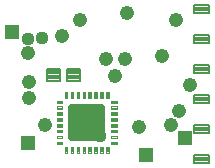
<source format=gbs>
G75*
G70*
%OFA0B0*%
%FSLAX24Y24*%
%IPPOS*%
%LPD*%
%AMOC8*
5,1,8,0,0,1.08239X$1,22.5*
%
%ADD10C,0.0081*%
%ADD11C,0.0197*%
%ADD12C,0.0040*%
%ADD13C,0.0082*%
%ADD14C,0.0476*%
%ADD15R,0.0476X0.0476*%
%ADD16C,0.0437*%
D10*
X004455Y003429D02*
X004887Y003429D01*
X004887Y003035D01*
X004455Y003035D01*
X004455Y003429D01*
X004455Y003115D02*
X004887Y003115D01*
X004887Y003195D02*
X004455Y003195D01*
X004455Y003275D02*
X004887Y003275D01*
X004887Y003355D02*
X004455Y003355D01*
X005124Y003429D02*
X005556Y003429D01*
X005556Y003035D01*
X005124Y003035D01*
X005124Y003429D01*
X005124Y003115D02*
X005556Y003115D01*
X005556Y003195D02*
X005124Y003195D01*
X005124Y003275D02*
X005556Y003275D01*
X005556Y003355D02*
X005124Y003355D01*
D11*
X005259Y002159D02*
X005259Y001116D01*
X006302Y001116D01*
X006302Y002159D01*
X005259Y002159D01*
X005259Y002012D02*
X006302Y002012D01*
X006302Y001817D02*
X005259Y001817D01*
X005259Y001621D02*
X006302Y001621D01*
X006302Y001426D02*
X005259Y001426D01*
X005259Y001231D02*
X006302Y001231D01*
D12*
X006588Y001185D02*
X006588Y001106D01*
X006785Y001106D01*
X006785Y001185D01*
X006588Y001185D01*
X006588Y001171D02*
X006785Y001171D01*
X006785Y001132D02*
X006588Y001132D01*
X006588Y000988D02*
X006785Y000988D01*
X006785Y000909D01*
X006608Y000909D01*
X006588Y000929D01*
X006588Y000988D01*
X006588Y000978D02*
X006785Y000978D01*
X006785Y000939D02*
X006588Y000939D01*
X006489Y000830D02*
X006430Y000830D01*
X006430Y000633D01*
X006509Y000633D01*
X006509Y000811D01*
X006489Y000830D01*
X006496Y000824D02*
X006430Y000824D01*
X006430Y000785D02*
X006509Y000785D01*
X006509Y000747D02*
X006430Y000747D01*
X006430Y000708D02*
X006509Y000708D01*
X006509Y000670D02*
X006430Y000670D01*
X006312Y000670D02*
X006234Y000670D01*
X006234Y000633D02*
X006312Y000633D01*
X006312Y000830D01*
X006234Y000830D01*
X006234Y000633D01*
X006234Y000708D02*
X006312Y000708D01*
X006312Y000747D02*
X006234Y000747D01*
X006234Y000785D02*
X006312Y000785D01*
X006312Y000824D02*
X006234Y000824D01*
X006115Y000824D02*
X006037Y000824D01*
X006037Y000830D02*
X006037Y000633D01*
X006115Y000633D01*
X006115Y000830D01*
X006037Y000830D01*
X006037Y000785D02*
X006115Y000785D01*
X006115Y000747D02*
X006037Y000747D01*
X006037Y000708D02*
X006115Y000708D01*
X006115Y000670D02*
X006037Y000670D01*
X005919Y000670D02*
X005840Y000670D01*
X005840Y000633D02*
X005919Y000633D01*
X005919Y000830D01*
X005840Y000830D01*
X005840Y000633D01*
X005722Y000633D02*
X005643Y000633D01*
X005643Y000830D01*
X005722Y000830D01*
X005722Y000633D01*
X005722Y000670D02*
X005643Y000670D01*
X005643Y000708D02*
X005722Y000708D01*
X005722Y000747D02*
X005643Y000747D01*
X005643Y000785D02*
X005722Y000785D01*
X005722Y000824D02*
X005643Y000824D01*
X005525Y000824D02*
X005446Y000824D01*
X005446Y000830D02*
X005446Y000633D01*
X005525Y000633D01*
X005525Y000830D01*
X005446Y000830D01*
X005446Y000785D02*
X005525Y000785D01*
X005525Y000747D02*
X005446Y000747D01*
X005446Y000708D02*
X005525Y000708D01*
X005525Y000670D02*
X005446Y000670D01*
X005328Y000670D02*
X005249Y000670D01*
X005249Y000633D02*
X005328Y000633D01*
X005328Y000830D01*
X005249Y000830D01*
X005249Y000633D01*
X005131Y000633D02*
X005052Y000633D01*
X005052Y000811D01*
X005072Y000830D01*
X005131Y000830D01*
X005131Y000633D01*
X005131Y000670D02*
X005052Y000670D01*
X005052Y000708D02*
X005131Y000708D01*
X005131Y000747D02*
X005052Y000747D01*
X005052Y000785D02*
X005131Y000785D01*
X005131Y000824D02*
X005066Y000824D01*
X004974Y000929D02*
X004974Y000988D01*
X004777Y000988D01*
X004777Y000909D01*
X004954Y000909D01*
X004974Y000929D01*
X004974Y000939D02*
X004777Y000939D01*
X004777Y000978D02*
X004974Y000978D01*
X004974Y001106D02*
X004777Y001106D01*
X004777Y001185D01*
X004974Y001185D01*
X004974Y001106D01*
X004974Y001132D02*
X004777Y001132D01*
X004777Y001171D02*
X004974Y001171D01*
X004974Y001303D02*
X004777Y001303D01*
X004777Y001381D01*
X004974Y001381D01*
X004974Y001303D01*
X004974Y001325D02*
X004777Y001325D01*
X004777Y001363D02*
X004974Y001363D01*
X004974Y001500D02*
X004777Y001500D01*
X004777Y001578D01*
X004974Y001578D01*
X004974Y001500D01*
X004974Y001517D02*
X004777Y001517D01*
X004777Y001556D02*
X004974Y001556D01*
X004974Y001696D02*
X004777Y001696D01*
X004777Y001775D01*
X004974Y001775D01*
X004974Y001696D01*
X004974Y001710D02*
X004777Y001710D01*
X004777Y001749D02*
X004974Y001749D01*
X004974Y001893D02*
X004777Y001893D01*
X004777Y001972D01*
X004974Y001972D01*
X004974Y001893D01*
X004974Y001903D02*
X004777Y001903D01*
X004777Y001941D02*
X004974Y001941D01*
X004974Y002090D02*
X004777Y002090D01*
X004777Y002169D01*
X004974Y002169D01*
X004974Y002090D01*
X004974Y002096D02*
X004777Y002096D01*
X004777Y002134D02*
X004974Y002134D01*
X004974Y002287D02*
X004777Y002287D01*
X004777Y002366D01*
X004954Y002366D01*
X004974Y002346D01*
X004974Y002287D01*
X004974Y002288D02*
X004777Y002288D01*
X004777Y002327D02*
X004974Y002327D01*
X004954Y002365D02*
X004777Y002365D01*
X005052Y002464D02*
X005072Y002444D01*
X005131Y002444D01*
X005131Y002641D01*
X005052Y002641D01*
X005052Y002464D01*
X005052Y002481D02*
X005131Y002481D01*
X005131Y002520D02*
X005052Y002520D01*
X005052Y002558D02*
X005131Y002558D01*
X005131Y002597D02*
X005052Y002597D01*
X005052Y002635D02*
X005131Y002635D01*
X005249Y002635D02*
X005328Y002635D01*
X005328Y002641D02*
X005249Y002641D01*
X005249Y002444D01*
X005328Y002444D01*
X005328Y002641D01*
X005328Y002597D02*
X005249Y002597D01*
X005249Y002558D02*
X005328Y002558D01*
X005328Y002520D02*
X005249Y002520D01*
X005249Y002481D02*
X005328Y002481D01*
X005446Y002481D02*
X005525Y002481D01*
X005525Y002444D02*
X005446Y002444D01*
X005446Y002641D01*
X005525Y002641D01*
X005525Y002444D01*
X005525Y002520D02*
X005446Y002520D01*
X005446Y002558D02*
X005525Y002558D01*
X005525Y002597D02*
X005446Y002597D01*
X005446Y002635D02*
X005525Y002635D01*
X005643Y002635D02*
X005722Y002635D01*
X005722Y002641D02*
X005643Y002641D01*
X005643Y002444D01*
X005722Y002444D01*
X005722Y002641D01*
X005722Y002597D02*
X005643Y002597D01*
X005643Y002558D02*
X005722Y002558D01*
X005722Y002520D02*
X005643Y002520D01*
X005643Y002481D02*
X005722Y002481D01*
X005840Y002481D02*
X005919Y002481D01*
X005919Y002444D02*
X005919Y002641D01*
X005840Y002641D01*
X005840Y002444D01*
X005919Y002444D01*
X005919Y002520D02*
X005840Y002520D01*
X005840Y002558D02*
X005919Y002558D01*
X005919Y002597D02*
X005840Y002597D01*
X005840Y002635D02*
X005919Y002635D01*
X006037Y002635D02*
X006115Y002635D01*
X006115Y002641D02*
X006037Y002641D01*
X006037Y002444D01*
X006115Y002444D01*
X006115Y002641D01*
X006115Y002597D02*
X006037Y002597D01*
X006037Y002558D02*
X006115Y002558D01*
X006115Y002520D02*
X006037Y002520D01*
X006037Y002481D02*
X006115Y002481D01*
X006234Y002481D02*
X006312Y002481D01*
X006312Y002444D02*
X006312Y002641D01*
X006234Y002641D01*
X006234Y002444D01*
X006312Y002444D01*
X006312Y002520D02*
X006234Y002520D01*
X006234Y002558D02*
X006312Y002558D01*
X006312Y002597D02*
X006234Y002597D01*
X006234Y002635D02*
X006312Y002635D01*
X006430Y002635D02*
X006509Y002635D01*
X006509Y002641D02*
X006430Y002641D01*
X006430Y002444D01*
X006489Y002444D01*
X006509Y002464D01*
X006509Y002641D01*
X006509Y002597D02*
X006430Y002597D01*
X006430Y002558D02*
X006509Y002558D01*
X006509Y002520D02*
X006430Y002520D01*
X006430Y002481D02*
X006509Y002481D01*
X006608Y002366D02*
X006588Y002346D01*
X006588Y002287D01*
X006785Y002287D01*
X006785Y002366D01*
X006608Y002366D01*
X006607Y002365D02*
X006785Y002365D01*
X006785Y002327D02*
X006588Y002327D01*
X006588Y002288D02*
X006785Y002288D01*
X006785Y002169D02*
X006588Y002169D01*
X006588Y002090D01*
X006785Y002090D01*
X006785Y002169D01*
X006785Y002134D02*
X006588Y002134D01*
X006588Y002096D02*
X006785Y002096D01*
X006785Y001972D02*
X006588Y001972D01*
X006588Y001893D01*
X006785Y001893D01*
X006785Y001972D01*
X006785Y001941D02*
X006588Y001941D01*
X006588Y001903D02*
X006785Y001903D01*
X006785Y001775D02*
X006588Y001775D01*
X006588Y001696D01*
X006785Y001696D01*
X006785Y001775D01*
X006785Y001749D02*
X006588Y001749D01*
X006588Y001710D02*
X006785Y001710D01*
X006785Y001578D02*
X006588Y001578D01*
X006588Y001500D01*
X006785Y001500D01*
X006785Y001578D01*
X006785Y001556D02*
X006588Y001556D01*
X006588Y001517D02*
X006785Y001517D01*
X006785Y001381D02*
X006588Y001381D01*
X006588Y001303D01*
X006785Y001303D01*
X006785Y001381D01*
X006785Y001363D02*
X006588Y001363D01*
X006588Y001325D02*
X006785Y001325D01*
X005919Y000824D02*
X005840Y000824D01*
X005840Y000785D02*
X005919Y000785D01*
X005919Y000747D02*
X005840Y000747D01*
X005840Y000708D02*
X005919Y000708D01*
X005328Y000708D02*
X005249Y000708D01*
X005249Y000747D02*
X005328Y000747D01*
X005328Y000785D02*
X005249Y000785D01*
X005249Y000824D02*
X005328Y000824D01*
D13*
X009352Y000293D02*
X009850Y000293D01*
X009352Y000293D02*
X009352Y000541D01*
X009850Y000541D01*
X009850Y000293D01*
X009850Y000374D02*
X009352Y000374D01*
X009352Y000455D02*
X009850Y000455D01*
X009850Y000536D02*
X009352Y000536D01*
X009352Y001293D02*
X009850Y001293D01*
X009352Y001293D02*
X009352Y001541D01*
X009850Y001541D01*
X009850Y001293D01*
X009850Y001374D02*
X009352Y001374D01*
X009352Y001455D02*
X009850Y001455D01*
X009850Y001536D02*
X009352Y001536D01*
X009352Y002293D02*
X009850Y002293D01*
X009352Y002293D02*
X009352Y002541D01*
X009850Y002541D01*
X009850Y002293D01*
X009850Y002374D02*
X009352Y002374D01*
X009352Y002455D02*
X009850Y002455D01*
X009850Y002536D02*
X009352Y002536D01*
X009352Y003293D02*
X009850Y003293D01*
X009352Y003293D02*
X009352Y003541D01*
X009850Y003541D01*
X009850Y003293D01*
X009850Y003374D02*
X009352Y003374D01*
X009352Y003455D02*
X009850Y003455D01*
X009850Y003536D02*
X009352Y003536D01*
X009352Y004293D02*
X009850Y004293D01*
X009352Y004293D02*
X009352Y004541D01*
X009850Y004541D01*
X009850Y004293D01*
X009850Y004374D02*
X009352Y004374D01*
X009352Y004455D02*
X009850Y004455D01*
X009850Y004536D02*
X009352Y004536D01*
X009352Y005293D02*
X009850Y005293D01*
X009352Y005293D02*
X009352Y005541D01*
X009850Y005541D01*
X009850Y005293D01*
X009850Y005374D02*
X009352Y005374D01*
X009352Y005455D02*
X009850Y005455D01*
X009850Y005536D02*
X009352Y005536D01*
D14*
X008751Y005057D03*
X007136Y005287D03*
X005561Y005047D03*
X004951Y004517D03*
X003821Y003942D03*
X003861Y002977D03*
X003861Y002467D03*
X004381Y001547D03*
X006741Y003187D03*
X007061Y003747D03*
X006421Y003747D03*
X008301Y003847D03*
X009221Y002877D03*
X008851Y002017D03*
X008576Y001567D03*
X007511Y001497D03*
D15*
X003821Y000947D03*
X007761Y000542D03*
X009061Y001107D03*
X003301Y004667D03*
D16*
X003841Y004427D03*
X004281Y004437D03*
X006231Y001187D03*
M02*

</source>
